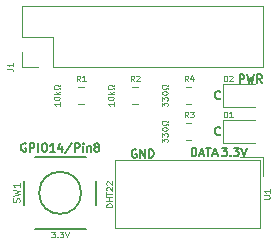
<source format=gto>
%TF.GenerationSoftware,KiCad,Pcbnew,(5.1.9)-1*%
%TF.CreationDate,2022-01-01T15:49:24-06:00*%
%TF.ProjectId,RaspberryPiHAT,52617370-6265-4727-9279-50694841542e,1*%
%TF.SameCoordinates,Original*%
%TF.FileFunction,Legend,Top*%
%TF.FilePolarity,Positive*%
%FSLAX46Y46*%
G04 Gerber Fmt 4.6, Leading zero omitted, Abs format (unit mm)*
G04 Created by KiCad (PCBNEW (5.1.9)-1) date 2022-01-01 15:49:24*
%MOMM*%
%LPD*%
G01*
G04 APERTURE LIST*
%ADD10C,0.125000*%
%ADD11C,0.150000*%
%ADD12C,0.120000*%
%ADD13C,0.203200*%
%ADD14C,0.100000*%
G04 APERTURE END LIST*
D10*
X211427190Y-76243523D02*
X210927190Y-76243523D01*
X210927190Y-76124476D01*
X210951000Y-76053047D01*
X210998619Y-76005428D01*
X211046238Y-75981619D01*
X211141476Y-75957809D01*
X211212904Y-75957809D01*
X211308142Y-75981619D01*
X211355761Y-76005428D01*
X211403380Y-76053047D01*
X211427190Y-76124476D01*
X211427190Y-76243523D01*
X211427190Y-75743523D02*
X210927190Y-75743523D01*
X211165285Y-75743523D02*
X211165285Y-75457809D01*
X211427190Y-75457809D02*
X210927190Y-75457809D01*
X210927190Y-75291142D02*
X210927190Y-75005428D01*
X211427190Y-75148285D02*
X210927190Y-75148285D01*
X210974809Y-74862571D02*
X210951000Y-74838761D01*
X210927190Y-74791142D01*
X210927190Y-74672095D01*
X210951000Y-74624476D01*
X210974809Y-74600666D01*
X211022428Y-74576857D01*
X211070047Y-74576857D01*
X211141476Y-74600666D01*
X211427190Y-74886380D01*
X211427190Y-74576857D01*
X210974809Y-74386380D02*
X210951000Y-74362571D01*
X210927190Y-74314952D01*
X210927190Y-74195904D01*
X210951000Y-74148285D01*
X210974809Y-74124476D01*
X211022428Y-74100666D01*
X211070047Y-74100666D01*
X211141476Y-74124476D01*
X211427190Y-74410190D01*
X211427190Y-74100666D01*
X206271904Y-78339190D02*
X206581428Y-78339190D01*
X206414761Y-78529666D01*
X206486190Y-78529666D01*
X206533809Y-78553476D01*
X206557619Y-78577285D01*
X206581428Y-78624904D01*
X206581428Y-78743952D01*
X206557619Y-78791571D01*
X206533809Y-78815380D01*
X206486190Y-78839190D01*
X206343333Y-78839190D01*
X206295714Y-78815380D01*
X206271904Y-78791571D01*
X206795714Y-78791571D02*
X206819523Y-78815380D01*
X206795714Y-78839190D01*
X206771904Y-78815380D01*
X206795714Y-78791571D01*
X206795714Y-78839190D01*
X206986190Y-78339190D02*
X207295714Y-78339190D01*
X207129047Y-78529666D01*
X207200476Y-78529666D01*
X207248095Y-78553476D01*
X207271904Y-78577285D01*
X207295714Y-78624904D01*
X207295714Y-78743952D01*
X207271904Y-78791571D01*
X207248095Y-78815380D01*
X207200476Y-78839190D01*
X207057619Y-78839190D01*
X207010000Y-78815380D01*
X206986190Y-78791571D01*
X207438571Y-78339190D02*
X207605238Y-78839190D01*
X207771904Y-78339190D01*
D11*
X204110000Y-70897000D02*
X204043333Y-70863666D01*
X203943333Y-70863666D01*
X203843333Y-70897000D01*
X203776666Y-70963666D01*
X203743333Y-71030333D01*
X203710000Y-71163666D01*
X203710000Y-71263666D01*
X203743333Y-71397000D01*
X203776666Y-71463666D01*
X203843333Y-71530333D01*
X203943333Y-71563666D01*
X204010000Y-71563666D01*
X204110000Y-71530333D01*
X204143333Y-71497000D01*
X204143333Y-71263666D01*
X204010000Y-71263666D01*
X204443333Y-71563666D02*
X204443333Y-70863666D01*
X204710000Y-70863666D01*
X204776666Y-70897000D01*
X204810000Y-70930333D01*
X204843333Y-70997000D01*
X204843333Y-71097000D01*
X204810000Y-71163666D01*
X204776666Y-71197000D01*
X204710000Y-71230333D01*
X204443333Y-71230333D01*
X205143333Y-71563666D02*
X205143333Y-70863666D01*
X205610000Y-70863666D02*
X205743333Y-70863666D01*
X205810000Y-70897000D01*
X205876666Y-70963666D01*
X205910000Y-71097000D01*
X205910000Y-71330333D01*
X205876666Y-71463666D01*
X205810000Y-71530333D01*
X205743333Y-71563666D01*
X205610000Y-71563666D01*
X205543333Y-71530333D01*
X205476666Y-71463666D01*
X205443333Y-71330333D01*
X205443333Y-71097000D01*
X205476666Y-70963666D01*
X205543333Y-70897000D01*
X205610000Y-70863666D01*
X206576666Y-71563666D02*
X206176666Y-71563666D01*
X206376666Y-71563666D02*
X206376666Y-70863666D01*
X206310000Y-70963666D01*
X206243333Y-71030333D01*
X206176666Y-71063666D01*
X207176666Y-71097000D02*
X207176666Y-71563666D01*
X207010000Y-70830333D02*
X206843333Y-71330333D01*
X207276666Y-71330333D01*
X208043333Y-70830333D02*
X207443333Y-71730333D01*
X208276666Y-71563666D02*
X208276666Y-70863666D01*
X208543333Y-70863666D01*
X208610000Y-70897000D01*
X208643333Y-70930333D01*
X208676666Y-70997000D01*
X208676666Y-71097000D01*
X208643333Y-71163666D01*
X208610000Y-71197000D01*
X208543333Y-71230333D01*
X208276666Y-71230333D01*
X208976666Y-71563666D02*
X208976666Y-71097000D01*
X208976666Y-70863666D02*
X208943333Y-70897000D01*
X208976666Y-70930333D01*
X209010000Y-70897000D01*
X208976666Y-70863666D01*
X208976666Y-70930333D01*
X209310000Y-71097000D02*
X209310000Y-71563666D01*
X209310000Y-71163666D02*
X209343333Y-71130333D01*
X209410000Y-71097000D01*
X209510000Y-71097000D01*
X209576666Y-71130333D01*
X209610000Y-71197000D01*
X209610000Y-71563666D01*
X210043333Y-71163666D02*
X209976666Y-71130333D01*
X209943333Y-71097000D01*
X209910000Y-71030333D01*
X209910000Y-70997000D01*
X209943333Y-70930333D01*
X209976666Y-70897000D01*
X210043333Y-70863666D01*
X210176666Y-70863666D01*
X210243333Y-70897000D01*
X210276666Y-70930333D01*
X210310000Y-70997000D01*
X210310000Y-71030333D01*
X210276666Y-71097000D01*
X210243333Y-71130333D01*
X210176666Y-71163666D01*
X210043333Y-71163666D01*
X209976666Y-71197000D01*
X209943333Y-71230333D01*
X209910000Y-71297000D01*
X209910000Y-71430333D01*
X209943333Y-71497000D01*
X209976666Y-71530333D01*
X210043333Y-71563666D01*
X210176666Y-71563666D01*
X210243333Y-71530333D01*
X210276666Y-71497000D01*
X210310000Y-71430333D01*
X210310000Y-71297000D01*
X210276666Y-71230333D01*
X210243333Y-71197000D01*
X210176666Y-71163666D01*
X213461666Y-71405000D02*
X213395000Y-71371666D01*
X213295000Y-71371666D01*
X213195000Y-71405000D01*
X213128333Y-71471666D01*
X213095000Y-71538333D01*
X213061666Y-71671666D01*
X213061666Y-71771666D01*
X213095000Y-71905000D01*
X213128333Y-71971666D01*
X213195000Y-72038333D01*
X213295000Y-72071666D01*
X213361666Y-72071666D01*
X213461666Y-72038333D01*
X213495000Y-72005000D01*
X213495000Y-71771666D01*
X213361666Y-71771666D01*
X213795000Y-72071666D02*
X213795000Y-71371666D01*
X214195000Y-72071666D01*
X214195000Y-71371666D01*
X214528333Y-72071666D02*
X214528333Y-71371666D01*
X214695000Y-71371666D01*
X214795000Y-71405000D01*
X214861666Y-71471666D01*
X214895000Y-71538333D01*
X214928333Y-71671666D01*
X214928333Y-71771666D01*
X214895000Y-71905000D01*
X214861666Y-71971666D01*
X214795000Y-72038333D01*
X214695000Y-72071666D01*
X214528333Y-72071666D01*
X218152000Y-71944666D02*
X218152000Y-71244666D01*
X218318666Y-71244666D01*
X218418666Y-71278000D01*
X218485333Y-71344666D01*
X218518666Y-71411333D01*
X218552000Y-71544666D01*
X218552000Y-71644666D01*
X218518666Y-71778000D01*
X218485333Y-71844666D01*
X218418666Y-71911333D01*
X218318666Y-71944666D01*
X218152000Y-71944666D01*
X218818666Y-71744666D02*
X219152000Y-71744666D01*
X218752000Y-71944666D02*
X218985333Y-71244666D01*
X219218666Y-71944666D01*
X219352000Y-71244666D02*
X219752000Y-71244666D01*
X219552000Y-71944666D02*
X219552000Y-71244666D01*
X219952000Y-71744666D02*
X220285333Y-71744666D01*
X219885333Y-71944666D02*
X220118666Y-71244666D01*
X220352000Y-71944666D01*
X220708666Y-71244666D02*
X221142000Y-71244666D01*
X220908666Y-71511333D01*
X221008666Y-71511333D01*
X221075333Y-71544666D01*
X221108666Y-71578000D01*
X221142000Y-71644666D01*
X221142000Y-71811333D01*
X221108666Y-71878000D01*
X221075333Y-71911333D01*
X221008666Y-71944666D01*
X220808666Y-71944666D01*
X220742000Y-71911333D01*
X220708666Y-71878000D01*
X221442000Y-71878000D02*
X221475333Y-71911333D01*
X221442000Y-71944666D01*
X221408666Y-71911333D01*
X221442000Y-71878000D01*
X221442000Y-71944666D01*
X221708666Y-71244666D02*
X222142000Y-71244666D01*
X221908666Y-71511333D01*
X222008666Y-71511333D01*
X222075333Y-71544666D01*
X222108666Y-71578000D01*
X222142000Y-71644666D01*
X222142000Y-71811333D01*
X222108666Y-71878000D01*
X222075333Y-71911333D01*
X222008666Y-71944666D01*
X221808666Y-71944666D01*
X221742000Y-71911333D01*
X221708666Y-71878000D01*
X222342000Y-71244666D02*
X222575333Y-71944666D01*
X222808666Y-71244666D01*
X222205666Y-65721666D02*
X222205666Y-65021666D01*
X222472333Y-65021666D01*
X222539000Y-65055000D01*
X222572333Y-65088333D01*
X222605666Y-65155000D01*
X222605666Y-65255000D01*
X222572333Y-65321666D01*
X222539000Y-65355000D01*
X222472333Y-65388333D01*
X222205666Y-65388333D01*
X222839000Y-65021666D02*
X223005666Y-65721666D01*
X223139000Y-65221666D01*
X223272333Y-65721666D01*
X223439000Y-65021666D01*
X224105666Y-65721666D02*
X223872333Y-65388333D01*
X223705666Y-65721666D02*
X223705666Y-65021666D01*
X223972333Y-65021666D01*
X224039000Y-65055000D01*
X224072333Y-65088333D01*
X224105666Y-65155000D01*
X224105666Y-65255000D01*
X224072333Y-65321666D01*
X224039000Y-65355000D01*
X223972333Y-65388333D01*
X223705666Y-65388333D01*
X220561666Y-70100000D02*
X220528333Y-70133333D01*
X220428333Y-70166666D01*
X220361666Y-70166666D01*
X220261666Y-70133333D01*
X220195000Y-70066666D01*
X220161666Y-70000000D01*
X220128333Y-69866666D01*
X220128333Y-69766666D01*
X220161666Y-69633333D01*
X220195000Y-69566666D01*
X220261666Y-69500000D01*
X220361666Y-69466666D01*
X220428333Y-69466666D01*
X220528333Y-69500000D01*
X220561666Y-69533333D01*
X220561666Y-67052000D02*
X220528333Y-67085333D01*
X220428333Y-67118666D01*
X220361666Y-67118666D01*
X220261666Y-67085333D01*
X220195000Y-67018666D01*
X220161666Y-66952000D01*
X220128333Y-66818666D01*
X220128333Y-66718666D01*
X220161666Y-66585333D01*
X220195000Y-66518666D01*
X220261666Y-66452000D01*
X220361666Y-66418666D01*
X220428333Y-66418666D01*
X220528333Y-66452000D01*
X220561666Y-66485333D01*
D10*
X215626190Y-70778571D02*
X215626190Y-70469047D01*
X215816666Y-70635714D01*
X215816666Y-70564285D01*
X215840476Y-70516666D01*
X215864285Y-70492857D01*
X215911904Y-70469047D01*
X216030952Y-70469047D01*
X216078571Y-70492857D01*
X216102380Y-70516666D01*
X216126190Y-70564285D01*
X216126190Y-70707142D01*
X216102380Y-70754761D01*
X216078571Y-70778571D01*
X215626190Y-70302380D02*
X215626190Y-69992857D01*
X215816666Y-70159523D01*
X215816666Y-70088095D01*
X215840476Y-70040476D01*
X215864285Y-70016666D01*
X215911904Y-69992857D01*
X216030952Y-69992857D01*
X216078571Y-70016666D01*
X216102380Y-70040476D01*
X216126190Y-70088095D01*
X216126190Y-70230952D01*
X216102380Y-70278571D01*
X216078571Y-70302380D01*
X215626190Y-69683333D02*
X215626190Y-69635714D01*
X215650000Y-69588095D01*
X215673809Y-69564285D01*
X215721428Y-69540476D01*
X215816666Y-69516666D01*
X215935714Y-69516666D01*
X216030952Y-69540476D01*
X216078571Y-69564285D01*
X216102380Y-69588095D01*
X216126190Y-69635714D01*
X216126190Y-69683333D01*
X216102380Y-69730952D01*
X216078571Y-69754761D01*
X216030952Y-69778571D01*
X215935714Y-69802380D01*
X215816666Y-69802380D01*
X215721428Y-69778571D01*
X215673809Y-69754761D01*
X215650000Y-69730952D01*
X215626190Y-69683333D01*
X216126190Y-69326190D02*
X216126190Y-69207142D01*
X216030952Y-69207142D01*
X216007142Y-69254761D01*
X215959523Y-69302380D01*
X215888095Y-69326190D01*
X215769047Y-69326190D01*
X215697619Y-69302380D01*
X215650000Y-69254761D01*
X215626190Y-69183333D01*
X215626190Y-69088095D01*
X215650000Y-69016666D01*
X215697619Y-68969047D01*
X215769047Y-68945238D01*
X215888095Y-68945238D01*
X215959523Y-68969047D01*
X216007142Y-69016666D01*
X216030952Y-69064285D01*
X216126190Y-69064285D01*
X216126190Y-68945238D01*
X215626190Y-67730571D02*
X215626190Y-67421047D01*
X215816666Y-67587714D01*
X215816666Y-67516285D01*
X215840476Y-67468666D01*
X215864285Y-67444857D01*
X215911904Y-67421047D01*
X216030952Y-67421047D01*
X216078571Y-67444857D01*
X216102380Y-67468666D01*
X216126190Y-67516285D01*
X216126190Y-67659142D01*
X216102380Y-67706761D01*
X216078571Y-67730571D01*
X215626190Y-67254380D02*
X215626190Y-66944857D01*
X215816666Y-67111523D01*
X215816666Y-67040095D01*
X215840476Y-66992476D01*
X215864285Y-66968666D01*
X215911904Y-66944857D01*
X216030952Y-66944857D01*
X216078571Y-66968666D01*
X216102380Y-66992476D01*
X216126190Y-67040095D01*
X216126190Y-67182952D01*
X216102380Y-67230571D01*
X216078571Y-67254380D01*
X215626190Y-66635333D02*
X215626190Y-66587714D01*
X215650000Y-66540095D01*
X215673809Y-66516285D01*
X215721428Y-66492476D01*
X215816666Y-66468666D01*
X215935714Y-66468666D01*
X216030952Y-66492476D01*
X216078571Y-66516285D01*
X216102380Y-66540095D01*
X216126190Y-66587714D01*
X216126190Y-66635333D01*
X216102380Y-66682952D01*
X216078571Y-66706761D01*
X216030952Y-66730571D01*
X215935714Y-66754380D01*
X215816666Y-66754380D01*
X215721428Y-66730571D01*
X215673809Y-66706761D01*
X215650000Y-66682952D01*
X215626190Y-66635333D01*
X216126190Y-66278190D02*
X216126190Y-66159142D01*
X216030952Y-66159142D01*
X216007142Y-66206761D01*
X215959523Y-66254380D01*
X215888095Y-66278190D01*
X215769047Y-66278190D01*
X215697619Y-66254380D01*
X215650000Y-66206761D01*
X215626190Y-66135333D01*
X215626190Y-66040095D01*
X215650000Y-65968666D01*
X215697619Y-65921047D01*
X215769047Y-65897238D01*
X215888095Y-65897238D01*
X215959523Y-65921047D01*
X216007142Y-65968666D01*
X216030952Y-66016285D01*
X216126190Y-66016285D01*
X216126190Y-65897238D01*
X211554190Y-67385333D02*
X211554190Y-67671047D01*
X211554190Y-67528190D02*
X211054190Y-67528190D01*
X211125619Y-67575809D01*
X211173238Y-67623428D01*
X211197047Y-67671047D01*
X211054190Y-67075809D02*
X211054190Y-67028190D01*
X211078000Y-66980571D01*
X211101809Y-66956761D01*
X211149428Y-66932952D01*
X211244666Y-66909142D01*
X211363714Y-66909142D01*
X211458952Y-66932952D01*
X211506571Y-66956761D01*
X211530380Y-66980571D01*
X211554190Y-67028190D01*
X211554190Y-67075809D01*
X211530380Y-67123428D01*
X211506571Y-67147238D01*
X211458952Y-67171047D01*
X211363714Y-67194857D01*
X211244666Y-67194857D01*
X211149428Y-67171047D01*
X211101809Y-67147238D01*
X211078000Y-67123428D01*
X211054190Y-67075809D01*
X211554190Y-66694857D02*
X211054190Y-66694857D01*
X211363714Y-66647238D02*
X211554190Y-66504380D01*
X211220857Y-66504380D02*
X211411333Y-66694857D01*
X211554190Y-66313904D02*
X211554190Y-66194857D01*
X211458952Y-66194857D01*
X211435142Y-66242476D01*
X211387523Y-66290095D01*
X211316095Y-66313904D01*
X211197047Y-66313904D01*
X211125619Y-66290095D01*
X211078000Y-66242476D01*
X211054190Y-66171047D01*
X211054190Y-66075809D01*
X211078000Y-66004380D01*
X211125619Y-65956761D01*
X211197047Y-65932952D01*
X211316095Y-65932952D01*
X211387523Y-65956761D01*
X211435142Y-66004380D01*
X211458952Y-66052000D01*
X211554190Y-66052000D01*
X211554190Y-65932952D01*
X206982190Y-67385333D02*
X206982190Y-67671047D01*
X206982190Y-67528190D02*
X206482190Y-67528190D01*
X206553619Y-67575809D01*
X206601238Y-67623428D01*
X206625047Y-67671047D01*
X206482190Y-67075809D02*
X206482190Y-67028190D01*
X206506000Y-66980571D01*
X206529809Y-66956761D01*
X206577428Y-66932952D01*
X206672666Y-66909142D01*
X206791714Y-66909142D01*
X206886952Y-66932952D01*
X206934571Y-66956761D01*
X206958380Y-66980571D01*
X206982190Y-67028190D01*
X206982190Y-67075809D01*
X206958380Y-67123428D01*
X206934571Y-67147238D01*
X206886952Y-67171047D01*
X206791714Y-67194857D01*
X206672666Y-67194857D01*
X206577428Y-67171047D01*
X206529809Y-67147238D01*
X206506000Y-67123428D01*
X206482190Y-67075809D01*
X206982190Y-66694857D02*
X206482190Y-66694857D01*
X206791714Y-66647238D02*
X206982190Y-66504380D01*
X206648857Y-66504380D02*
X206839333Y-66694857D01*
X206982190Y-66313904D02*
X206982190Y-66194857D01*
X206886952Y-66194857D01*
X206863142Y-66242476D01*
X206815523Y-66290095D01*
X206744095Y-66313904D01*
X206625047Y-66313904D01*
X206553619Y-66290095D01*
X206506000Y-66242476D01*
X206482190Y-66171047D01*
X206482190Y-66075809D01*
X206506000Y-66004380D01*
X206553619Y-65956761D01*
X206625047Y-65932952D01*
X206744095Y-65932952D01*
X206815523Y-65956761D01*
X206863142Y-66004380D01*
X206886952Y-66052000D01*
X206982190Y-66052000D01*
X206982190Y-65932952D01*
D12*
%TO.C,J1*%
X224215000Y-64449000D02*
X224215000Y-59249000D01*
X206375000Y-64449000D02*
X224215000Y-64449000D01*
X203775000Y-59249000D02*
X224215000Y-59249000D01*
X206375000Y-64449000D02*
X206375000Y-61849000D01*
X206375000Y-61849000D02*
X203775000Y-61849000D01*
X203775000Y-61849000D02*
X203775000Y-59249000D01*
X205105000Y-64449000D02*
X203775000Y-64449000D01*
X203775000Y-64449000D02*
X203775000Y-63119000D01*
%TO.C,D1*%
X220819000Y-70810000D02*
X223504000Y-70810000D01*
X220819000Y-68890000D02*
X220819000Y-70810000D01*
X223504000Y-68890000D02*
X220819000Y-68890000D01*
%TO.C,D2*%
X220819000Y-67762000D02*
X223504000Y-67762000D01*
X220819000Y-65842000D02*
X220819000Y-67762000D01*
X223504000Y-65842000D02*
X220819000Y-65842000D01*
%TO.C,R1*%
X208560936Y-66067000D02*
X209015064Y-66067000D01*
X208560936Y-67537000D02*
X209015064Y-67537000D01*
%TO.C,R2*%
X213119602Y-67537000D02*
X213573730Y-67537000D01*
X213119602Y-66067000D02*
X213573730Y-66067000D01*
%TO.C,R3*%
X217678268Y-69115000D02*
X218132396Y-69115000D01*
X217678268Y-70585000D02*
X218132396Y-70585000D01*
%TO.C,R4*%
X217678268Y-66067000D02*
X218132396Y-66067000D01*
X217678268Y-67537000D02*
X218132396Y-67537000D01*
D13*
%TO.C,SW1*%
X204851000Y-78107400D02*
X209169000Y-78107400D01*
X209169000Y-72011400D02*
X204851000Y-72011400D01*
X203962000Y-76055080D02*
X203962000Y-74043400D01*
X210058000Y-76085560D02*
X210058000Y-74043400D01*
X208788000Y-75059400D02*
G75*
G03*
X208788000Y-75059400I-1778000J0D01*
G01*
D12*
%TO.C,U1*%
X224227500Y-72024000D02*
X224227500Y-73634000D01*
X224227500Y-72024000D02*
X222227500Y-72024000D01*
X211687500Y-72304000D02*
X223937500Y-72304000D01*
X211687500Y-78064000D02*
X211687500Y-72304000D01*
X223947500Y-78064000D02*
X211687500Y-78064000D01*
X223947500Y-72314000D02*
X223947500Y-78054000D01*
%TO.C,J1*%
D10*
X202545190Y-64555666D02*
X202902333Y-64555666D01*
X202973761Y-64579476D01*
X203021380Y-64627095D01*
X203045190Y-64698523D01*
X203045190Y-64746142D01*
X203045190Y-64055666D02*
X203045190Y-64341380D01*
X203045190Y-64198523D02*
X202545190Y-64198523D01*
X202616619Y-64246142D01*
X202664238Y-64293761D01*
X202688047Y-64341380D01*
%TO.C,D1*%
X220864952Y-68680190D02*
X220864952Y-68180190D01*
X220984000Y-68180190D01*
X221055428Y-68204000D01*
X221103047Y-68251619D01*
X221126857Y-68299238D01*
X221150666Y-68394476D01*
X221150666Y-68465904D01*
X221126857Y-68561142D01*
X221103047Y-68608761D01*
X221055428Y-68656380D01*
X220984000Y-68680190D01*
X220864952Y-68680190D01*
X221626857Y-68680190D02*
X221341142Y-68680190D01*
X221484000Y-68680190D02*
X221484000Y-68180190D01*
X221436380Y-68251619D01*
X221388761Y-68299238D01*
X221341142Y-68323047D01*
%TO.C,D2*%
X220864952Y-65631190D02*
X220864952Y-65131190D01*
X220984000Y-65131190D01*
X221055428Y-65155000D01*
X221103047Y-65202619D01*
X221126857Y-65250238D01*
X221150666Y-65345476D01*
X221150666Y-65416904D01*
X221126857Y-65512142D01*
X221103047Y-65559761D01*
X221055428Y-65607380D01*
X220984000Y-65631190D01*
X220864952Y-65631190D01*
X221341142Y-65178809D02*
X221364952Y-65155000D01*
X221412571Y-65131190D01*
X221531619Y-65131190D01*
X221579238Y-65155000D01*
X221603047Y-65178809D01*
X221626857Y-65226428D01*
X221626857Y-65274047D01*
X221603047Y-65345476D01*
X221317333Y-65631190D01*
X221626857Y-65631190D01*
%TO.C,R1*%
X208704666Y-65631190D02*
X208538000Y-65393095D01*
X208418952Y-65631190D02*
X208418952Y-65131190D01*
X208609428Y-65131190D01*
X208657047Y-65155000D01*
X208680857Y-65178809D01*
X208704666Y-65226428D01*
X208704666Y-65297857D01*
X208680857Y-65345476D01*
X208657047Y-65369285D01*
X208609428Y-65393095D01*
X208418952Y-65393095D01*
X209180857Y-65631190D02*
X208895142Y-65631190D01*
X209038000Y-65631190D02*
X209038000Y-65131190D01*
X208990380Y-65202619D01*
X208942761Y-65250238D01*
X208895142Y-65274047D01*
%TO.C,R2*%
X213276666Y-65631190D02*
X213110000Y-65393095D01*
X212990952Y-65631190D02*
X212990952Y-65131190D01*
X213181428Y-65131190D01*
X213229047Y-65155000D01*
X213252857Y-65178809D01*
X213276666Y-65226428D01*
X213276666Y-65297857D01*
X213252857Y-65345476D01*
X213229047Y-65369285D01*
X213181428Y-65393095D01*
X212990952Y-65393095D01*
X213467142Y-65178809D02*
X213490952Y-65155000D01*
X213538571Y-65131190D01*
X213657619Y-65131190D01*
X213705238Y-65155000D01*
X213729047Y-65178809D01*
X213752857Y-65226428D01*
X213752857Y-65274047D01*
X213729047Y-65345476D01*
X213443333Y-65631190D01*
X213752857Y-65631190D01*
%TO.C,R3*%
X217848666Y-68680190D02*
X217682000Y-68442095D01*
X217562952Y-68680190D02*
X217562952Y-68180190D01*
X217753428Y-68180190D01*
X217801047Y-68204000D01*
X217824857Y-68227809D01*
X217848666Y-68275428D01*
X217848666Y-68346857D01*
X217824857Y-68394476D01*
X217801047Y-68418285D01*
X217753428Y-68442095D01*
X217562952Y-68442095D01*
X218015333Y-68180190D02*
X218324857Y-68180190D01*
X218158190Y-68370666D01*
X218229619Y-68370666D01*
X218277238Y-68394476D01*
X218301047Y-68418285D01*
X218324857Y-68465904D01*
X218324857Y-68584952D01*
X218301047Y-68632571D01*
X218277238Y-68656380D01*
X218229619Y-68680190D01*
X218086761Y-68680190D01*
X218039142Y-68656380D01*
X218015333Y-68632571D01*
%TO.C,R4*%
X217848666Y-65631190D02*
X217682000Y-65393095D01*
X217562952Y-65631190D02*
X217562952Y-65131190D01*
X217753428Y-65131190D01*
X217801047Y-65155000D01*
X217824857Y-65178809D01*
X217848666Y-65226428D01*
X217848666Y-65297857D01*
X217824857Y-65345476D01*
X217801047Y-65369285D01*
X217753428Y-65393095D01*
X217562952Y-65393095D01*
X218277238Y-65297857D02*
X218277238Y-65631190D01*
X218158190Y-65107380D02*
X218039142Y-65464523D01*
X218348666Y-65464523D01*
%TO.C,SW1*%
D14*
X203569857Y-75857000D02*
X203598428Y-75771285D01*
X203598428Y-75628428D01*
X203569857Y-75571285D01*
X203541285Y-75542714D01*
X203484142Y-75514142D01*
X203427000Y-75514142D01*
X203369857Y-75542714D01*
X203341285Y-75571285D01*
X203312714Y-75628428D01*
X203284142Y-75742714D01*
X203255571Y-75799857D01*
X203227000Y-75828428D01*
X203169857Y-75857000D01*
X203112714Y-75857000D01*
X203055571Y-75828428D01*
X203027000Y-75799857D01*
X202998428Y-75742714D01*
X202998428Y-75599857D01*
X203027000Y-75514142D01*
X202998428Y-75314142D02*
X203598428Y-75171285D01*
X203169857Y-75057000D01*
X203598428Y-74942714D01*
X202998428Y-74799857D01*
X203598428Y-74257000D02*
X203598428Y-74599857D01*
X203598428Y-74428428D02*
X202998428Y-74428428D01*
X203084142Y-74485571D01*
X203141285Y-74542714D01*
X203169857Y-74599857D01*
%TO.C,U1*%
D10*
X224262190Y-75564952D02*
X224666952Y-75564952D01*
X224714571Y-75541142D01*
X224738380Y-75517333D01*
X224762190Y-75469714D01*
X224762190Y-75374476D01*
X224738380Y-75326857D01*
X224714571Y-75303047D01*
X224666952Y-75279238D01*
X224262190Y-75279238D01*
X224762190Y-74779238D02*
X224762190Y-75064952D01*
X224762190Y-74922095D02*
X224262190Y-74922095D01*
X224333619Y-74969714D01*
X224381238Y-75017333D01*
X224405047Y-75064952D01*
%TD*%
M02*

</source>
